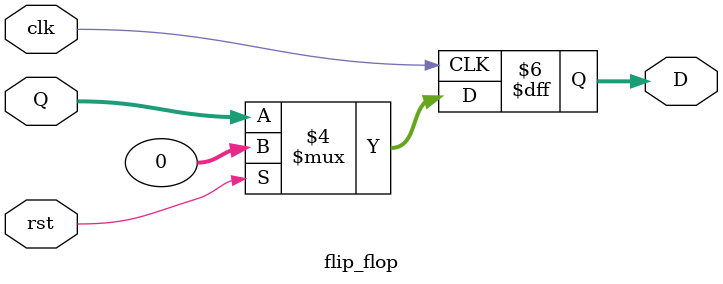
<source format=v>
module flip_flop(Q,clk,D,rst);
input [31:0]Q;
input clk;
input rst;
output reg [31:0]D;

always@(posedge clk)
if(rst == 1)
begin
D <= 'd0;
end
else
begin
D<=Q;
end
endmodule

</source>
